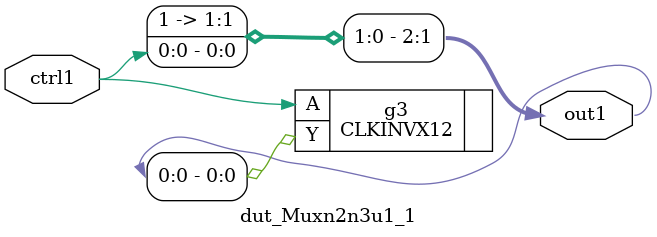
<source format=v>
`timescale 1ps / 1ps


module dut_Muxn2n3u1_1(ctrl1, out1);
  input ctrl1;
  output [2:0] out1;
  wire ctrl1;
  wire [2:0] out1;
  assign out1[1] = ctrl1;
  assign out1[2] = 1'b1;
  CLKINVX12 g3(.A (ctrl1), .Y (out1[0]));
endmodule



</source>
